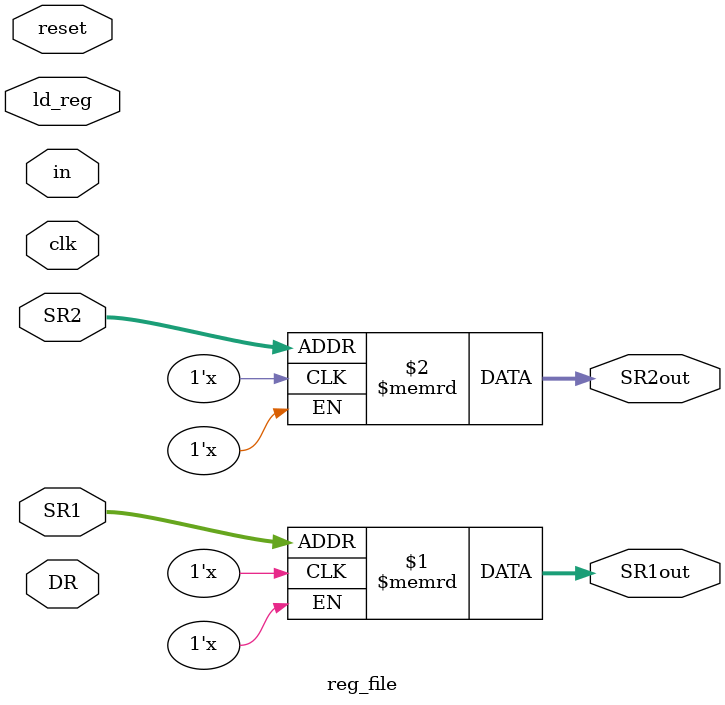
<source format=sv>
module reg_file (
    input logic clk, reset,
    input logic [2:0] DR, SR2, SR1, // logic from MUXes
    input logic ld_reg,
    input logic [15:0] in,

    output logic [15:0] SR1out, SR2out
);

    logic [15:0] reg_file [8];

    assign SR1out = reg_file[SR1];      
    assign SR2out = reg_file[SR2];

    logic load [8];

    always_comb
    begin
        load[0] = 0;
        load[1] = 0;
        load[2] = 0;
        load[3] = 0;
        load[4] = 0;
        load[5] = 0;
        load[6] = 0;
        load[7] = 0;
        if(ld_reg) 
        begin
            unique case (DR)
                3'b000:
                begin
                    load[0] = 1;
                end
                3'b001:
                begin
                    load[1] = 1;
                end
                3'b010:
                begin
                    load[2] = 1;
                end
                3'b011:
                begin
                    load[3] = 1;
                end
                3'b100:
                begin
                    load[4] = 1;
                end
                3'b101:
                begin
                    load[5] = 1;
                end
                3'b110:
                begin
                    load[6] = 1;
                end
                3'b111:
                begin
                    load[7] = 1;
                end
            endcase 
        end

    end
    
    
    load_reg #(.DATA_WIDTH(16)) reg0 (
        .clk    (clk),
        .reset  (reset),

        .load   (load[0]), 
        .data_i (in), 

        .data_q (reg_file[0])
    );
    load_reg #(.DATA_WIDTH(16)) reg1 (
        .clk    (clk),
        .reset  (reset),

        .load   (load[1]),
        .data_i (in),

        .data_q (reg_file[1])
    );
    load_reg #(.DATA_WIDTH(16)) reg2 (
        .clk    (clk),
        .reset  (reset),

        .load   (load[2]), 
        .data_i (in), 

        .data_q (reg_file[2])
    );
    load_reg #(.DATA_WIDTH(16)) reg3 (
        .clk    (clk),
        .reset  (reset),

        .load   (load[3]),
        .data_i (in),

        .data_q (reg_file[3])
    );
    load_reg #(.DATA_WIDTH(16)) reg4 (
        .clk    (clk),
        .reset  (reset),

        .load   (load[4]), 
        .data_i (in), 

        .data_q (reg_file[4])
    );
    load_reg #(.DATA_WIDTH(16)) reg5 (
        .clk    (clk),
        .reset  (reset),

        .load   (load[5]),
        .data_i (in),

        .data_q (reg_file[5])
    );
    load_reg #(.DATA_WIDTH(16)) reg6 (
        .clk    (clk),
        .reset  (reset),

        .load   (load[6]), 
        .data_i (in), 

        .data_q (reg_file[6])
    );
    load_reg #(.DATA_WIDTH(16)) reg7 (
        .clk    (clk),
        .reset  (reset),

        .load   (load[7]),
        .data_i (in),

        .data_q (reg_file[7])
    );
    

endmodule
</source>
